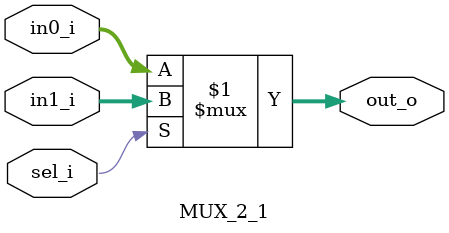
<source format=sv>
module MUX_2_1 #(parameter WIDTH = 32)(
  in0_i,
  in1_i,
  sel_i,
  out_o
);
//---------------------------------------------------------------------
//        PORTS DECLARATION                             
//---------------------------------------------------------------------
input  logic [WIDTH-1:0] in0_i;
input  logic [WIDTH-1:0] in1_i;
input  logic             sel_i;
output logic [WIDTH-1:0] out_o;
//---------------------------------------------------------------------
//        WIRE CONNECTION                             
//---------------------------------------------------------------------
assign out_o = ( sel_i )?( in1_i ):( in0_i );

endmodule
</source>
